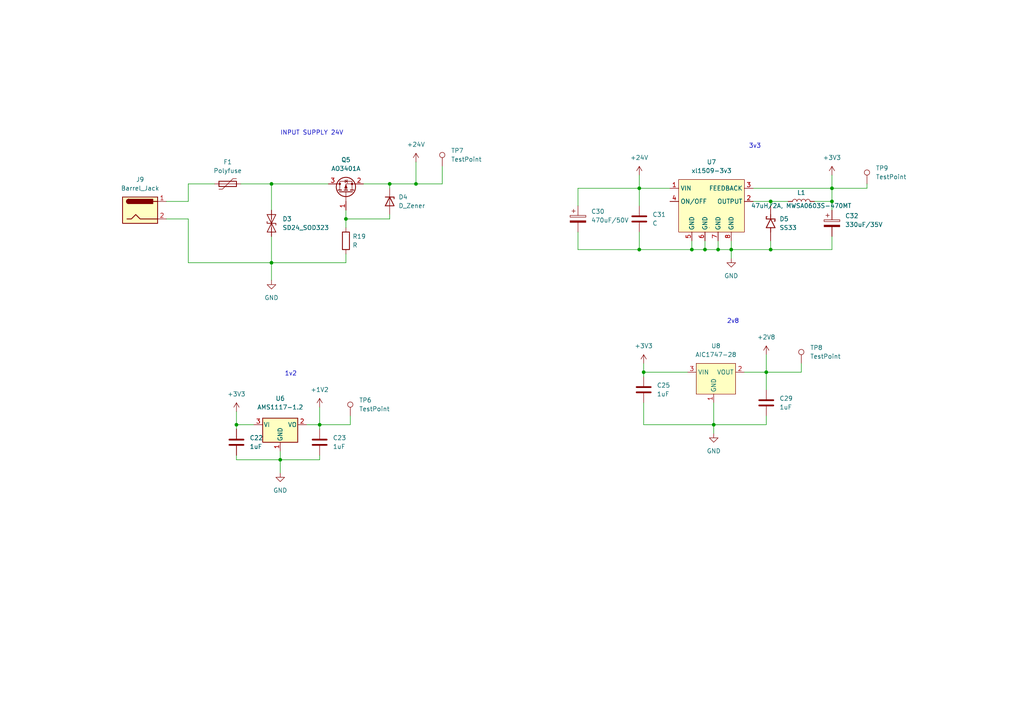
<source format=kicad_sch>
(kicad_sch (version 20211123) (generator eeschema)
  (paper "A4")
  (lib_symbols
    (symbol "Connector:Barrel_Jack" (pin_names (offset 1.016))
      (property "Reference" "J" (at 0 5.334 0))
      (property "Value" "Barrel_Jack" (at 0 -5.08 0))
      (symbol "Barrel_Jack_0_1"
        (rectangle (start -5.08 3.81) (end 5.08 -3.81) (stroke (width 0.254)) (fill (type background)))
        (arc (start -3.302 3.175) (mid -3.937 2.54) (end -3.302 1.905) (stroke (width 0.254)))
        (arc (start -3.302 3.175) (mid -3.937 2.54) (end -3.302 1.905) (stroke (width 0.254)) (fill (type outline)))
        (polyline (pts (xy 5.08 2.54) (xy 3.81 2.54)) (stroke (width 0.254)))
        (polyline (pts (xy -3.81 -2.54) (xy -2.54 -2.54) (xy -1.27 -1.27) (xy 0 -2.54) (xy 2.54 -2.54) (xy 5.08 -2.54)) (stroke (width 0.254)))
        (rectangle (start 3.683 3.175) (end -3.302 1.905) (stroke (width 0.254)) (fill (type outline)))
      )
      (symbol "Barrel_Jack_1_1"
        (pin passive line (at 7.62 2.54 180) (length 2.54) (name "~") (number "1"))
        (pin passive line (at 7.62 -2.54 180) (length 2.54) (name "~") (number "2"))
      )
    )
    (symbol "Connector:TestPoint" (pin_numbers hide) (pin_names (offset 0.762) hide)
      (property "Reference" "TP" (at 0 6.858 0))
      (property "Value" "TestPoint" (at 0 5.08 0))
      (symbol "TestPoint_0_1"
        (circle (center 0 3.302) (radius 0.762))
      )
      (symbol "TestPoint_1_1"
        (pin passive line (at 0 0 90) (length 2.54) (name "1") (number "1"))
      )
    )
    (symbol "Device:C" (pin_numbers hide) (pin_names (offset 0.254))
      (property "Reference" "C" (at 0.635 2.54 0))
      (property "Value" "C" (at 0.635 -2.54 0))
      (symbol "C_0_1"
        (polyline (pts (xy -2.032 -0.762) (xy 2.032 -0.762)) (stroke (width 0.508)))
        (polyline (pts (xy -2.032 0.762) (xy 2.032 0.762)) (stroke (width 0.508)))
      )
      (symbol "C_1_1"
        (pin passive line (at 0 3.81 270) (length 2.794) (name "~") (number "1"))
        (pin passive line (at 0 -3.81 90) (length 2.794) (name "~") (number "2"))
      )
    )
    (symbol "Device:C_Polarized" (pin_numbers hide) (pin_names (offset 0.254))
      (property "Reference" "C" (at 0.635 2.54 0))
      (property "Value" "C_Polarized" (at 0.635 -2.54 0))
      (symbol "C_Polarized_0_1"
        (rectangle (start -2.286 0.508) (end 2.286 1.016))
        (polyline (pts (xy -1.778 2.286) (xy -0.762 2.286)))
        (polyline (pts (xy -1.27 2.794) (xy -1.27 1.778)))
        (rectangle (start 2.286 -0.508) (end -2.286 -1.016) (fill (type outline)))
      )
      (symbol "C_Polarized_1_1"
        (pin passive line (at 0 3.81 270) (length 2.794) (name "~") (number "1"))
        (pin passive line (at 0 -3.81 90) (length 2.794) (name "~") (number "2"))
      )
    )
    (symbol "Device:D_Zener" (pin_numbers hide) (pin_names (offset 1.016) hide)
      (property "Reference" "D" (at 0 2.54 0))
      (property "Value" "D_Zener" (at 0 -2.54 0))
      (symbol "D_Zener_0_1"
        (polyline (pts (xy 1.27 0) (xy -1.27 0)))
        (polyline (pts (xy -1.27 -1.27) (xy -1.27 1.27) (xy -0.762 1.27)) (stroke (width 0.254)))
        (polyline (pts (xy 1.27 -1.27) (xy 1.27 1.27) (xy -1.27 0) (xy 1.27 -1.27)) (stroke (width 0.254)))
      )
      (symbol "D_Zener_1_1"
        (pin passive line (at -3.81 0 0) (length 2.54) (name "K") (number "1"))
        (pin passive line (at 3.81 0 180) (length 2.54) (name "A") (number "2"))
      )
    )
    (symbol "Device:L" (pin_numbers hide) (pin_names (offset 1.016) hide)
      (property "Reference" "L" (at -1.27 0 90))
      (property "Value" "L" (at 1.905 0 90))
      (symbol "L_0_1"
        (arc (start 0 -2.54) (mid 0.635 -1.905) (end 0 -1.27))
        (arc (start 0 -1.27) (mid 0.635 -0.635) (end 0 0))
        (arc (start 0 0) (mid 0.635 0.635) (end 0 1.27))
        (arc (start 0 1.27) (mid 0.635 1.905) (end 0 2.54))
      )
      (symbol "L_1_1"
        (pin passive line (at 0 3.81 270) (length 1.27) (name "1") (number "1"))
        (pin passive line (at 0 -3.81 90) (length 1.27) (name "2") (number "2"))
      )
    )
    (symbol "Device:Polyfuse" (pin_numbers hide) (pin_names (offset 0))
      (property "Reference" "F" (at -2.54 0 90))
      (property "Value" "Polyfuse" (at 2.54 0 90))
      (symbol "Polyfuse_0_1"
        (rectangle (start -0.762 2.54) (end 0.762 -2.54) (stroke (width 0.254)))
        (polyline (pts (xy 0 2.54) (xy 0 -2.54)))
        (polyline (pts (xy -1.524 2.54) (xy -1.524 1.524) (xy 1.524 -1.524) (xy 1.524 -2.54)))
      )
      (symbol "Polyfuse_1_1"
        (pin passive line (at 0 3.81 270) (length 1.27) (name "~") (number "1"))
        (pin passive line (at 0 -3.81 90) (length 1.27) (name "~") (number "2"))
      )
    )
    (symbol "Device:R" (pin_numbers hide) (pin_names (offset 0))
      (property "Reference" "R" (at 2.032 0 90))
      (property "Value" "R" (at 0 0 90))
      (symbol "R_0_1"
        (rectangle (start -1.016 -2.54) (end 1.016 2.54) (stroke (width 0.254)))
      )
      (symbol "R_1_1"
        (pin passive line (at 0 3.81 270) (length 1.27) (name "~") (number "1"))
        (pin passive line (at 0 -3.81 90) (length 1.27) (name "~") (number "2"))
      )
    )
    (symbol "Diode:SD24_SOD323" (pin_numbers hide) (pin_names (offset 1.016) hide)
      (property "Reference" "D" (at 0 2.54 0))
      (property "Value" "SD24_SOD323" (at 0 -2.54 0))
      (symbol "SD24_SOD323_0_1"
        (polyline (pts (xy 1.27 0) (xy -1.27 0)))
        (polyline (pts (xy -2.54 -1.27) (xy 0 0) (xy -2.54 1.27) (xy -2.54 -1.27)) (stroke (width 0.2032)))
        (polyline (pts (xy 0.508 1.27) (xy 0 1.27) (xy 0 -1.27) (xy -0.508 -1.27)) (stroke (width 0.2032)))
        (polyline (pts (xy 2.54 1.27) (xy 2.54 -1.27) (xy 0 0) (xy 2.54 1.27)) (stroke (width 0.2032)))
      )
      (symbol "SD24_SOD323_1_1"
        (pin passive line (at -3.81 0 0) (length 2.54) (name "A1") (number "1"))
        (pin passive line (at 3.81 0 180) (length 2.54) (name "A2") (number "2"))
      )
    )
    (symbol "Regulator_Linear:AMS1117-1.5" (pin_names (offset 0.254))
      (property "Reference" "U" (at -3.81 3.175 0))
      (property "Value" "AMS1117-1.5" (at 0 3.175 0))
      (symbol "AMS1117-1.5_0_1"
        (rectangle (start -5.08 -5.08) (end 5.08 1.905) (stroke (width 0.254)) (fill (type background)))
      )
      (symbol "AMS1117-1.5_1_1"
        (pin power_in line (at 0 -7.62 90) (length 2.54) (name "GND") (number "1"))
        (pin power_out line (at 7.62 0 180) (length 2.54) (name "VO") (number "2"))
        (pin power_in line (at -7.62 0 0) (length 2.54) (name "VI") (number "3"))
      )
    )
    (symbol "Transistor_FET:AO3401A" (pin_names hide)
      (property "Reference" "Q" (at 5.08 1.905 0))
      (property "Value" "AO3401A" (at 5.08 0 0))
      (symbol "AO3401A_0_1"
        (polyline (pts (xy 0.254 0) (xy -2.54 0)))
        (polyline (pts (xy 0.254 1.905) (xy 0.254 -1.905)) (stroke (width 0.254)))
        (polyline (pts (xy 0.762 -1.27) (xy 0.762 -2.286)) (stroke (width 0.254)))
        (polyline (pts (xy 0.762 0.508) (xy 0.762 -0.508)) (stroke (width 0.254)))
        (polyline (pts (xy 0.762 2.286) (xy 0.762 1.27)) (stroke (width 0.254)))
        (polyline (pts (xy 2.54 2.54) (xy 2.54 1.778)))
        (polyline (pts (xy 2.54 -2.54) (xy 2.54 0) (xy 0.762 0)))
        (polyline (pts (xy 0.762 1.778) (xy 3.302 1.778) (xy 3.302 -1.778) (xy 0.762 -1.778)))
        (polyline (pts (xy 2.286 0) (xy 1.27 0.381) (xy 1.27 -0.381) (xy 2.286 0)) (fill (type outline)))
        (polyline (pts (xy 2.794 -0.508) (xy 2.921 -0.381) (xy 3.683 -0.381) (xy 3.81 -0.254)))
        (polyline (pts (xy 3.302 -0.381) (xy 2.921 0.254) (xy 3.683 0.254) (xy 3.302 -0.381)))
        (circle (center 1.651 0) (radius 2.794) (stroke (width 0.254)))
        (circle (center 2.54 -1.778) (radius 0.254) (fill (type outline)))
        (circle (center 2.54 1.778) (radius 0.254) (fill (type outline)))
      )
      (symbol "AO3401A_1_1"
        (pin input line (at -5.08 0 0) (length 2.54) (name "G") (number "1"))
        (pin passive line (at 2.54 -5.08 90) (length 2.54) (name "S") (number "2"))
        (pin passive line (at 2.54 5.08 270) (length 2.54) (name "D") (number "3"))
      )
    )
    (symbol "hamboard:AIC1747"
      (property "Reference" "U" (at 0 8.89 0))
      (property "Value" "AIC1747" (at 0 6.35 0))
      (symbol "AIC1747_0_1"
        (rectangle (start -5.08 3.81) (end 6.35 -5.08) (fill (type background)))
      )
      (symbol "AIC1747_1_1"
        (pin power_in line (at 0 -7.62 90) (length 2.54) (name "GND") (number "1"))
        (pin power_out line (at 8.89 1.27 180) (length 2.54) (name "VOUT") (number "2"))
        (pin power_in line (at -7.62 1.27 0) (length 2.54) (name "VIN") (number "3"))
      )
    )
    (symbol "hamboard:xl1509"
      (property "Reference" "U" (at 0 8.89 0))
      (property "Value" "xl1509" (at 0 6.35 0))
      (symbol "xl1509_0_1"
        (rectangle (start -8.89 5.08) (end 10.16 -10.16) (fill (type background)))
        (rectangle (start 0 -8.89) (end 0 -8.89))
      )
      (symbol "xl1509_1_1"
        (pin power_in line (at -11.43 2.54 0) (length 2.54) (name "VIN") (number "1"))
        (pin power_out line (at 12.7 -1.27 180) (length 2.54) (name "OUTPUT") (number "2"))
        (pin input line (at 12.7 2.54 180) (length 2.54) (name "FEEDBACK") (number "3"))
        (pin input line (at -11.43 -1.27 0) (length 2.54) (name "ON/OFF") (number "4"))
        (pin power_in line (at -5.08 -12.7 90) (length 2.54) (name "GND") (number "5"))
        (pin power_in line (at -1.27 -12.7 90) (length 2.54) (name "GND") (number "6"))
        (pin power_in line (at 2.54 -12.7 90) (length 2.54) (name "GND") (number "7"))
        (pin power_in line (at 6.35 -12.7 90) (length 2.54) (name "GND") (number "8"))
      )
    )
    (symbol "power:+1V2" (power) (pin_names (offset 0))
      (property "Value" "+1V2" (at 0 3.556 0))
      (symbol "+1V2_0_1"
        (polyline (pts (xy -0.762 1.27) (xy 0 2.54)))
        (polyline (pts (xy 0 0) (xy 0 2.54)))
        (polyline (pts (xy 0 2.54) (xy 0.762 1.27)))
      )
      (symbol "+1V2_1_1"
        (pin power_in line (at 0 0 90) (length 0) hide (name "+1V2") (number "1"))
      )
    )
    (symbol "power:+24V" (power) (pin_names (offset 0))
      (property "Value" "+24V" (at 0 3.556 0))
      (symbol "+24V_0_1"
        (polyline (pts (xy -0.762 1.27) (xy 0 2.54)))
        (polyline (pts (xy 0 0) (xy 0 2.54)))
        (polyline (pts (xy 0 2.54) (xy 0.762 1.27)))
      )
      (symbol "+24V_1_1"
        (pin power_in line (at 0 0 90) (length 0) hide (name "+24V") (number "1"))
      )
    )
    (symbol "power:+2V8" (power) (pin_names (offset 0))
      (property "Value" "+2V8" (at 0 3.556 0))
      (symbol "+2V8_0_1"
        (polyline (pts (xy -0.762 1.27) (xy 0 2.54)))
        (polyline (pts (xy 0 0) (xy 0 2.54)))
        (polyline (pts (xy 0 2.54) (xy 0.762 1.27)))
      )
      (symbol "+2V8_1_1"
        (pin power_in line (at 0 0 90) (length 0) hide (name "+2V8") (number "1"))
      )
    )
    (symbol "power:+3V3" (power) (pin_names (offset 0))
      (property "Value" "+3V3" (at 0 3.556 0))
      (symbol "+3V3_0_1"
        (polyline (pts (xy -0.762 1.27) (xy 0 2.54)))
        (polyline (pts (xy 0 0) (xy 0 2.54)))
        (polyline (pts (xy 0 2.54) (xy 0.762 1.27)))
      )
      (symbol "+3V3_1_1"
        (pin power_in line (at 0 0 90) (length 0) hide (name "+3V3") (number "1"))
      )
    )
    (symbol "power:GND" (power) (pin_names (offset 0))
      (property "Value" "GND" (at 0 -3.81 0))
      (symbol "GND_0_1"
        (polyline (pts (xy 0 0) (xy 0 -1.27) (xy 1.27 -1.27) (xy 0 -2.54) (xy -1.27 -1.27) (xy 0 -1.27)))
      )
      (symbol "GND_1_1"
        (pin power_in line (at 0 0 270) (length 0) hide (name "GND") (number "1"))
      )
    )
    (symbol "ss33:SS33" (pin_numbers hide) (pin_names (offset 1.016) hide)
      (property "Reference" "D" (at -5.08 2.54 0))
      (property "Value" "SS33" (at -5.08 -3.81 0))
      (symbol "SS33_0_0"
        (polyline (pts (xy -2.54 0) (xy -1.27 0)) (stroke (width 0.254)))
        (polyline (pts (xy -1.27 -1.27) (xy 1.27 0)) (stroke (width 0.254)))
        (polyline (pts (xy -1.27 0) (xy -1.27 -1.27)) (stroke (width 0.254)))
        (polyline (pts (xy -1.27 1.27) (xy -1.27 0)) (stroke (width 0.254)))
        (polyline (pts (xy 0.635 -1.016) (xy 0.635 -1.27)) (stroke (width 0.254)))
        (polyline (pts (xy 1.27 -1.27) (xy 0.635 -1.27)) (stroke (width 0.254)))
        (polyline (pts (xy 1.27 0) (xy -1.27 1.27)) (stroke (width 0.254)))
        (polyline (pts (xy 1.27 0) (xy 1.27 -1.27)) (stroke (width 0.254)))
        (polyline (pts (xy 1.27 1.27) (xy 1.27 0)) (stroke (width 0.254)))
        (polyline (pts (xy 1.905 1.27) (xy 1.27 1.27)) (stroke (width 0.254)))
        (polyline (pts (xy 1.905 1.27) (xy 1.905 1.016)) (stroke (width 0.254)))
        (polyline (pts (xy 2.54 0) (xy 1.27 0)) (stroke (width 0.254)))
        (pin passive line (at -5.08 0 0) (length 2.54) (name "~") (number "A"))
        (pin passive line (at 5.08 0 180) (length 2.54) (name "~") (number "C"))
      )
    )
  )
  (junction (at 78.74 53.34))
  (junction (at 223.52 58.42))
  (junction (at 208.28 72.39))
  (junction (at 113.03 53.34))
  (junction (at 100.33 63.5))
  (junction (at 68.58 123.19))
  (junction (at 185.42 72.39))
  (junction (at 223.52 72.39))
  (junction (at 204.47 72.39))
  (junction (at 222.25 107.95))
  (junction (at 120.65 53.34))
  (junction (at 200.66 72.39))
  (junction (at 186.69 107.95))
  (junction (at 212.09 72.39))
  (junction (at 241.3 58.42))
  (junction (at 207.01 123.19))
  (junction (at 241.3 54.61))
  (junction (at 92.71 123.19))
  (junction (at 81.28 133.35))
  (junction (at 78.74 76.2))
  (junction (at 185.42 54.61))
  (wire (pts (xy 223.52 72.39) (xy 241.3 72.39)))
  (wire (pts (xy 78.74 76.2) (xy 54.61 76.2)))
  (wire (pts (xy 185.42 72.39) (xy 200.66 72.39)))
  (wire (pts (xy 185.42 67.31) (xy 185.42 72.39)))
  (wire (pts (xy 68.58 132.08) (xy 68.58 133.35)))
  (wire (pts (xy 120.65 53.34) (xy 120.65 46.99)))
  (wire (pts (xy 69.85 53.34) (xy 78.74 53.34)))
  (wire (pts (xy 212.09 69.85) (xy 212.09 72.39)))
  (wire (pts (xy 208.28 69.85) (xy 208.28 72.39)))
  (wire (pts (xy 167.64 67.31) (xy 167.64 72.39)))
  (wire (pts (xy 222.25 107.95) (xy 232.41 107.95)))
  (wire (pts (xy 92.71 123.19) (xy 101.6 123.19)))
  (wire (pts (xy 241.3 54.61) (xy 241.3 58.42)))
  (wire (pts (xy 222.25 120.65) (xy 222.25 123.19)))
  (wire (pts (xy 78.74 68.58) (xy 78.74 76.2)))
  (wire (pts (xy 185.42 50.8) (xy 185.42 54.61)))
  (wire (pts (xy 92.71 118.11) (xy 92.71 123.19)))
  (wire (pts (xy 207.01 116.84) (xy 207.01 123.19)))
  (wire (pts (xy 81.28 133.35) (xy 81.28 137.16)))
  (wire (pts (xy 113.03 53.34) (xy 105.41 53.34)))
  (wire (pts (xy 100.33 73.66) (xy 100.33 76.2)))
  (wire (pts (xy 167.64 54.61) (xy 167.64 59.69)))
  (wire (pts (xy 48.26 58.42) (xy 54.61 58.42)))
  (wire (pts (xy 78.74 76.2) (xy 78.74 81.28)))
  (wire (pts (xy 222.25 113.03) (xy 222.25 107.95)))
  (wire (pts (xy 73.66 123.19) (xy 68.58 123.19)))
  (wire (pts (xy 68.58 123.19) (xy 68.58 119.38)))
  (wire (pts (xy 78.74 53.34) (xy 78.74 60.96)))
  (wire (pts (xy 223.52 69.85) (xy 223.52 72.39)))
  (wire (pts (xy 88.9 123.19) (xy 92.71 123.19)))
  (wire (pts (xy 167.64 72.39) (xy 185.42 72.39)))
  (wire (pts (xy 101.6 120.65) (xy 101.6 123.19)))
  (wire (pts (xy 128.27 53.34) (xy 120.65 53.34)))
  (wire (pts (xy 81.28 130.81) (xy 81.28 133.35)))
  (wire (pts (xy 54.61 53.34) (xy 62.23 53.34)))
  (wire (pts (xy 92.71 123.19) (xy 92.71 124.46)))
  (wire (pts (xy 241.3 68.58) (xy 241.3 72.39)))
  (wire (pts (xy 222.25 123.19) (xy 207.01 123.19)))
  (wire (pts (xy 200.66 72.39) (xy 204.47 72.39)))
  (wire (pts (xy 81.28 133.35) (xy 92.71 133.35)))
  (wire (pts (xy 207.01 123.19) (xy 207.01 125.73)))
  (wire (pts (xy 222.25 102.87) (xy 222.25 107.95)))
  (wire (pts (xy 92.71 132.08) (xy 92.71 133.35)))
  (wire (pts (xy 186.69 123.19) (xy 207.01 123.19)))
  (wire (pts (xy 241.3 50.8) (xy 241.3 54.61)))
  (wire (pts (xy 54.61 58.42) (xy 54.61 53.34)))
  (wire (pts (xy 223.52 58.42) (xy 223.52 59.69)))
  (wire (pts (xy 113.03 62.23) (xy 113.03 63.5)))
  (wire (pts (xy 113.03 53.34) (xy 113.03 54.61)))
  (wire (pts (xy 78.74 53.34) (xy 95.25 53.34)))
  (wire (pts (xy 212.09 72.39) (xy 223.52 72.39)))
  (wire (pts (xy 204.47 69.85) (xy 204.47 72.39)))
  (wire (pts (xy 232.41 105.41) (xy 232.41 107.95)))
  (wire (pts (xy 185.42 54.61) (xy 167.64 54.61)))
  (wire (pts (xy 54.61 76.2) (xy 54.61 63.5)))
  (wire (pts (xy 208.28 72.39) (xy 212.09 72.39)))
  (wire (pts (xy 100.33 63.5) (xy 100.33 66.04)))
  (wire (pts (xy 48.26 63.5) (xy 54.61 63.5)))
  (wire (pts (xy 212.09 72.39) (xy 212.09 74.93)))
  (wire (pts (xy 204.47 72.39) (xy 208.28 72.39)))
  (wire (pts (xy 251.46 53.34) (xy 251.46 54.61)))
  (wire (pts (xy 185.42 54.61) (xy 194.31 54.61)))
  (wire (pts (xy 100.33 60.96) (xy 100.33 63.5)))
  (wire (pts (xy 185.42 59.69) (xy 185.42 54.61)))
  (wire (pts (xy 186.69 116.84) (xy 186.69 123.19)))
  (wire (pts (xy 241.3 58.42) (xy 241.3 60.96)))
  (wire (pts (xy 236.22 58.42) (xy 241.3 58.42)))
  (wire (pts (xy 100.33 76.2) (xy 78.74 76.2)))
  (wire (pts (xy 128.27 48.26) (xy 128.27 53.34)))
  (wire (pts (xy 218.44 58.42) (xy 223.52 58.42)))
  (wire (pts (xy 186.69 107.95) (xy 199.39 107.95)))
  (wire (pts (xy 215.9 107.95) (xy 222.25 107.95)))
  (wire (pts (xy 113.03 53.34) (xy 120.65 53.34)))
  (wire (pts (xy 68.58 123.19) (xy 68.58 124.46)))
  (wire (pts (xy 186.69 107.95) (xy 186.69 109.22)))
  (wire (pts (xy 186.69 105.41) (xy 186.69 107.95)))
  (wire (pts (xy 200.66 69.85) (xy 200.66 72.39)))
  (wire (pts (xy 100.33 63.5) (xy 113.03 63.5)))
  (wire (pts (xy 218.44 54.61) (xy 241.3 54.61)))
  (wire (pts (xy 223.52 58.42) (xy 228.6 58.42)))
  (wire (pts (xy 241.3 54.61) (xy 251.46 54.61)))
  (wire (pts (xy 68.58 133.35) (xy 81.28 133.35)))
  (text "1v2" (at 82.55 109.22 0) (effects (font (size 1.27 1.27)) (justify left bottom)))
  (text "2v8" (at 210.82 93.98 0) (effects (font (size 1.27 1.27)) (justify left bottom)))
  (text "3v3" (at 217.17 43.18 0) (effects (font (size 1.27 1.27)) (justify left bottom)))
  (text "INPUT SUPPLY 24V" (at 81.28 39.37 0) (effects (font (size 1.27 1.27)) (justify left bottom)))
  (symbol (lib_id "Device:C") (at 222.25 116.84 0) (unit 1)
    (property "Reference" "C29" (at 226.06 115.5699 0) (effects (justify left)))
    (property "Value" "1uF" (at 226.06 118.1099 0) (effects (justify left)))
    (property "Footprint" "Capacitor_SMD:C_0805_2012Metric" (effects hide))
  )
  (symbol (lib_id "power:+3V3") (at 68.58 119.38 0) (unit 1)
    (property "Reference" "#PWR070" (effects hide))
    (property "Value" "+3V3" (at 68.58 114.3 0))
  )
  (symbol (lib_id "Regulator_Linear:AMS1117-1.5") (at 81.28 123.19 0) (unit 1)
    (property "Reference" "U6" (at 81.28 115.57 0))
    (property "Value" "AMS1117-1.2" (at 81.28 118.11 0))
    (property "Footprint" "Package_TO_SOT_SMD:SOT-223-3_TabPin2" (effects hide))
    (property "Datasheet" "http://www.advanced-monolithic.com/pdf/ds1117.pdf" (effects hide))
  )
  (symbol (lib_id "Device:C_Polarized") (at 167.64 63.5 0) (unit 1)
    (property "Reference" "C30" (at 171.45 61.3409 0) (effects (justify left)))
    (property "Value" "470uF/50V" (at 171.45 63.8809 0) (effects (justify left)))
    (property "Footprint" "Capacitor_SMD:CP_Elec_16x17.5" (effects hide))
  )
  (symbol (lib_id "Device:C_Polarized") (at 241.3 64.77 0) (unit 1)
    (property "Reference" "C32" (at 245.11 62.6109 0) (effects (justify left)))
    (property "Value" "330uF/35V" (at 245.11 65.1509 0) (effects (justify left)))
    (property "Footprint" "Capacitor_SMD:CP_Elec_10x12.5" (effects hide))
  )
  (symbol (lib_id "Device:C") (at 186.69 113.03 0) (unit 1)
    (property "Reference" "C25" (at 190.5 111.7599 0) (effects (justify left)))
    (property "Value" "1uF" (at 190.5 114.2999 0) (effects (justify left)))
    (property "Footprint" "Capacitor_SMD:C_0805_2012Metric" (effects hide))
  )
  (symbol (lib_id "ss33:SS33") (at 223.52 64.77 90) (unit 1)
    (property "Reference" "D5" (at 226.06 63.4999 90) (effects (justify right)))
    (property "Value" "SS33" (at 226.06 66.0399 90) (effects (justify right)))
    (property "Footprint" "lib:DIOM6859X262N" (effects hide))
    (property "PARTREV" "Q2102" (effects hide))
    (property "STANDARD" "IPC-7351B" (effects hide))
    (property "MANUFACTURER" "Taiwan Semiconductor" (effects hide))
    (property "MAXIMUM_PACKAGE_HEIGHT" "2.62 mm" (effects hide))
  )
  (symbol (lib_id "Connector:TestPoint") (at 128.27 48.26 0) (unit 1)
    (property "Reference" "TP7" (at 130.81 43.6879 0) (effects (justify left)))
    (property "Value" "TestPoint" (at 130.81 46.2279 0) (effects (justify left)))
    (property "Footprint" "TestPoint:TestPoint_Pad_D1.5mm" (effects hide))
  )
  (symbol (lib_id "hamboard:AIC1747") (at 207.01 109.22 0) (unit 1)
    (property "Reference" "U8" (at 207.645 100.33 0))
    (property "Value" "AIC1747-28" (at 207.645 102.87 0))
    (property "Footprint" "Package_TO_SOT_SMD:TSOT-23_HandSoldering" (effects hide))
    (property "Datasheet" "https://datasheet.lcsc.com/lcsc/1808280341_AIC-Analog-Integrations-AIC1747-28GU3TR_C238238.pdf" (effects hide))
  )
  (symbol (lib_id "Device:C") (at 68.58 128.27 0) (unit 1)
    (property "Reference" "C22" (at 72.39 126.9999 0) (effects (justify left)))
    (property "Value" "1uF" (at 72.39 129.5399 0) (effects (justify left)))
    (property "Footprint" "Capacitor_SMD:C_0805_2012Metric" (effects hide))
  )
  (symbol (lib_id "power:+2V8") (at 222.25 102.87 0) (unit 1)
    (property "Reference" "#PWR082" (effects hide))
    (property "Value" "+2V8" (at 222.25 97.79 0))
  )
  (symbol (lib_id "power:GND") (at 81.28 137.16 0) (unit 1)
    (property "Reference" "#PWR071" (effects hide))
    (property "Value" "GND" (at 81.28 142.24 0))
  )
  (symbol (lib_id "Device:Polyfuse") (at 66.04 53.34 90) (unit 1)
    (property "Reference" "F1" (at 66.04 46.99 90))
    (property "Value" "Polyfuse" (at 66.04 49.53 90))
  )
  (symbol (lib_id "Transistor_FET:AO3401A") (at 100.33 55.88 90) (unit 1)
    (property "Reference" "Q5" (at 100.33 46.355 90))
    (property "Value" "AO3401A" (at 100.33 48.895 90))
    (property "Footprint" "Package_TO_SOT_SMD:SOT-23" (effects hide))
    (property "Datasheet" "http://www.aosmd.com/pdfs/datasheet/AO3401A.pdf" (effects hide))
  )
  (symbol (lib_id "Device:C") (at 185.42 63.5 0) (unit 1)
    (property "Reference" "C31" (at 189.23 62.2299 0) (effects (justify left)))
    (property "Value" "C" (at 189.23 64.7699 0) (effects (justify left)))
    (property "Footprint" "Capacitor_SMD:C_0805_2012Metric" (effects hide))
  )
  (symbol (lib_id "Device:R") (at 100.33 69.85 0) (unit 1)
    (property "Reference" "R19" (at 102.235 68.5799 0) (effects (justify left)))
    (property "Value" "R" (at 102.235 71.1199 0) (effects (justify left)))
    (property "Footprint" "Resistor_SMD:R_0805_2012Metric" (effects hide))
  )
  (symbol (lib_id "power:+24V") (at 120.65 46.99 0) (unit 1)
    (property "Reference" "#PWR0114" (effects hide))
    (property "Value" "+24V" (at 120.65 41.91 0))
  )
  (symbol (lib_id "Device:C") (at 92.71 128.27 0) (unit 1)
    (property "Reference" "C23" (at 96.52 126.9999 0) (effects (justify left)))
    (property "Value" "1uF" (at 96.52 129.5399 0) (effects (justify left)))
    (property "Footprint" "Capacitor_SMD:C_0805_2012Metric" (effects hide))
  )
  (symbol (lib_id "Device:D_Zener") (at 113.03 58.42 270) (unit 1)
    (property "Reference" "D4" (at 115.57 57.1499 90) (effects (justify left)))
    (property "Value" "D_Zener" (at 115.57 59.6899 90) (effects (justify left)))
    (property "Footprint" "Capacitor_SMD:CP_Elec_8x10" (effects hide))
  )
  (symbol (lib_id "Connector:Barrel_Jack") (at 40.64 60.96 0) (unit 1)
    (property "Reference" "J9" (at 40.64 52.07 0))
    (property "Value" "Barrel_Jack" (at 40.64 54.61 0))
    (property "Footprint" "Connector_BarrelJack:BarrelJack_CLIFF_FC681465S_SMT_Horizontal" (effects hide))
  )
  (symbol (lib_id "hamboard:xl1509") (at 205.74 57.15 0) (unit 1)
    (property "Reference" "U7" (at 206.375 46.99 0))
    (property "Value" "xl1509-3v3" (at 206.375 49.53 0))
    (property "Footprint" "Package_SO:SOIC-8_3.9x4.9mm_P1.27mm" (effects hide))
    (property "Datasheet" "https://datasheet.lcsc.com/lcsc/1809050422_XLSEMI-XL1509-5-0E1_C61063.pdf" (effects hide))
  )
  (symbol (lib_id "power:+24V") (at 185.42 50.8 0) (unit 1)
    (property "Reference" "#PWR0115" (effects hide))
    (property "Value" "+24V" (at 185.42 45.72 0))
  )
  (symbol (lib_id "power:GND") (at 212.09 74.93 0) (unit 1)
    (property "Reference" "#PWR0113" (effects hide))
    (property "Value" "GND" (at 212.09 80.01 0))
  )
  (symbol (lib_id "power:GND") (at 207.01 125.73 0) (unit 1)
    (property "Reference" "#PWR080" (effects hide))
    (property "Value" "GND" (at 207.01 130.81 0))
  )
  (symbol (lib_id "power:+3V3") (at 241.3 50.8 0) (unit 1)
    (property "Reference" "#PWR083" (effects hide))
    (property "Value" "+3V3" (at 241.3 45.72 0))
  )
  (symbol (lib_id "power:+1V2") (at 92.71 118.11 0) (unit 1)
    (property "Reference" "#PWR073" (effects hide))
    (property "Value" "+1V2" (at 92.71 113.03 0))
  )
  (symbol (lib_id "power:GND") (at 78.74 81.28 0) (unit 1)
    (property "Reference" "#PWR072" (effects hide))
    (property "Value" "GND" (at 78.74 86.36 0))
  )
  (symbol (lib_id "Connector:TestPoint") (at 232.41 105.41 0) (unit 1)
    (property "Reference" "TP8" (at 234.95 100.8379 0) (effects (justify left)))
    (property "Value" "TestPoint" (at 234.95 103.3779 0) (effects (justify left)))
    (property "Footprint" "TestPoint:TestPoint_Pad_D1.5mm" (effects hide))
  )
  (symbol (lib_id "power:+3V3") (at 186.69 105.41 0) (unit 1)
    (property "Reference" "#PWR077" (effects hide))
    (property "Value" "+3V3" (at 186.69 100.33 0))
  )
  (symbol (lib_id "Connector:TestPoint") (at 101.6 120.65 0) (unit 1)
    (property "Reference" "TP6" (at 104.14 116.0779 0) (effects (justify left)))
    (property "Value" "TestPoint" (at 104.14 118.6179 0) (effects (justify left)))
    (property "Footprint" "TestPoint:TestPoint_Pad_D1.5mm" (effects hide))
  )
  (symbol (lib_id "Device:L") (at 232.41 58.42 90) (unit 1)
    (property "Reference" "L1" (at 232.41 55.88 90))
    (property "Value" "47uH/2A, MWSA0603S-470MT" (at 232.41 59.69 90))
    (property "Footprint" "Inductor_SMD:L_7.3x7.3_H3.5" (effects hide))
  )
  (symbol (lib_id "Connector:TestPoint") (at 251.46 53.34 0) (unit 1)
    (property "Reference" "TP9" (at 254 48.7679 0) (effects (justify left)))
    (property "Value" "TestPoint" (at 254 51.3079 0) (effects (justify left)))
    (property "Footprint" "TestPoint:TestPoint_Pad_D1.5mm" (effects hide))
  )
  (symbol (lib_id "Diode:SD24_SOD323") (at 78.74 64.77 90) (unit 1)
    (property "Reference" "D3" (at 81.915 63.4999 90) (effects (justify right)))
    (property "Value" "SD24_SOD323" (at 81.915 66.0399 90) (effects (justify right)))
    (property "Footprint" "Diode_SMD:D_SOD-323" (effects hide))
    (property "Datasheet" "https://www.littelfuse.com/~/media/electronics/datasheets/tvs_diode_arrays/littelfuse_tvs_diode_array_sd_c_datasheet.pdf.pdf" (effects hide))
  )
)
</source>
